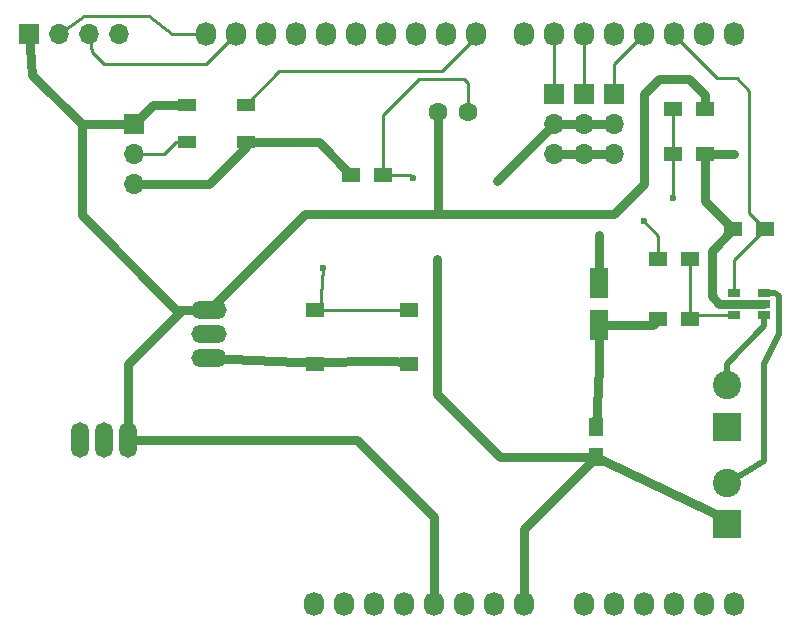
<source format=gtl>
G04 #@! TF.FileFunction,Copper,L1,Top,Signal*
%FSLAX46Y46*%
G04 Gerber Fmt 4.6, Leading zero omitted, Abs format (unit mm)*
G04 Created by KiCad (PCBNEW 4.0.6-e0-6349~53~ubuntu16.04.1) date Wed Aug  2 12:33:15 2017*
%MOMM*%
%LPD*%
G01*
G04 APERTURE LIST*
%ADD10C,0.100000*%
%ADD11O,1.727200X2.032000*%
%ADD12R,1.700000X1.700000*%
%ADD13O,1.700000X1.700000*%
%ADD14C,2.400000*%
%ADD15R,2.400000X2.400000*%
%ADD16O,1.500000X3.000000*%
%ADD17O,3.000000X1.500000*%
%ADD18R,1.000000X0.700000*%
%ADD19R,1.500000X1.300000*%
%ADD20R,1.600000X1.000000*%
%ADD21C,1.600000*%
%ADD22R,1.550000X1.300000*%
%ADD23R,1.250000X1.500000*%
%ADD24R,1.600000X2.600000*%
%ADD25C,0.600000*%
%ADD26C,0.750000*%
%ADD27C,0.250000*%
%ADD28C,0.500000*%
G04 APERTURE END LIST*
D10*
D11*
X138938000Y-123825000D03*
X141478000Y-123825000D03*
X144018000Y-123825000D03*
X146558000Y-123825000D03*
X149098000Y-123825000D03*
X151638000Y-123825000D03*
X154178000Y-123825000D03*
X156718000Y-123825000D03*
X161798000Y-123825000D03*
X164338000Y-123825000D03*
X166878000Y-123825000D03*
X169418000Y-123825000D03*
X171958000Y-123825000D03*
X174498000Y-123825000D03*
X129794000Y-75565000D03*
X132334000Y-75565000D03*
X134874000Y-75565000D03*
X137414000Y-75565000D03*
X139954000Y-75565000D03*
X142494000Y-75565000D03*
X145034000Y-75565000D03*
X147574000Y-75565000D03*
X150114000Y-75565000D03*
X152654000Y-75565000D03*
X156718000Y-75565000D03*
X159258000Y-75565000D03*
X161798000Y-75565000D03*
X164338000Y-75565000D03*
X166878000Y-75565000D03*
X169418000Y-75565000D03*
X171958000Y-75565000D03*
X174498000Y-75565000D03*
D12*
X164338000Y-80645000D03*
D13*
X164338000Y-83185000D03*
X164338000Y-85725000D03*
D12*
X161798000Y-80645000D03*
D13*
X161798000Y-83185000D03*
X161798000Y-85725000D03*
D14*
X173888400Y-113581300D03*
D15*
X173888400Y-117081300D03*
D12*
X159258000Y-80645000D03*
D13*
X159258000Y-83185000D03*
X159258000Y-85725000D03*
D14*
X173888400Y-105313600D03*
D15*
X173888400Y-108813600D03*
D12*
X123698000Y-83185000D03*
D13*
X123698000Y-85725000D03*
X123698000Y-88265000D03*
D12*
X114808000Y-75565000D03*
D13*
X117348000Y-75565000D03*
X119888000Y-75565000D03*
X122428000Y-75565000D03*
D16*
X121158000Y-109940000D03*
X119158000Y-109940000D03*
X123158000Y-109940000D03*
D17*
X130008000Y-100965000D03*
X130008000Y-98965000D03*
X130008000Y-102965000D03*
D18*
X174468000Y-97475000D03*
X174468000Y-98425000D03*
X174468000Y-99375000D03*
X177068000Y-99375000D03*
X177068000Y-97475000D03*
X177068000Y-98425000D03*
D19*
X142096500Y-87477600D03*
X144796500Y-87477600D03*
X172038000Y-85725000D03*
X169338000Y-85725000D03*
X170768000Y-94615000D03*
X168068000Y-94615000D03*
X168068000Y-99695000D03*
X170768000Y-99695000D03*
X174418000Y-92075000D03*
X177118000Y-92075000D03*
X169338000Y-81915000D03*
X172038000Y-81915000D03*
D20*
X133144900Y-84746900D03*
X133144900Y-81546900D03*
X128144900Y-84746900D03*
X128144900Y-81546900D03*
D21*
X151993600Y-82194400D03*
X149453600Y-82194400D03*
D22*
X139022000Y-103469000D03*
X139022000Y-98969000D03*
X146982000Y-98969000D03*
X146982000Y-103469000D03*
D23*
X162814000Y-111359000D03*
X162814000Y-108859000D03*
D24*
X163068000Y-96625000D03*
X163068000Y-100225000D03*
D25*
X174498000Y-85725000D03*
X163068000Y-103505000D03*
X149352000Y-94615000D03*
X147320000Y-87757000D03*
X169338000Y-89455000D03*
X166878000Y-91440000D03*
X139700000Y-95377000D03*
X163068000Y-92583000D03*
X154432000Y-88011000D03*
D26*
X130008000Y-98965000D02*
X127286000Y-98965000D01*
X119253000Y-90932000D02*
X119253000Y-83185000D01*
X127286000Y-98965000D02*
X119253000Y-90932000D01*
X123158000Y-109940000D02*
X142579000Y-109940000D01*
X149098000Y-116459000D02*
X149098000Y-123825000D01*
X142579000Y-109940000D02*
X149098000Y-116459000D01*
X130008000Y-98965000D02*
X127730000Y-98965000D01*
X123158000Y-103537000D02*
X123158000Y-109940000D01*
X127730000Y-98965000D02*
X123158000Y-103537000D01*
X128144900Y-81546900D02*
X125336100Y-81546900D01*
X125336100Y-81546900D02*
X123698000Y-83185000D01*
X123698000Y-83185000D02*
X119253000Y-83185000D01*
X119253000Y-83185000D02*
X115087400Y-79019400D01*
X115087400Y-79019400D02*
X114808000Y-75565000D01*
X149453600Y-82194400D02*
X149453600Y-90805000D01*
X149453600Y-90805000D02*
X149098000Y-90805000D01*
X172038000Y-81915000D02*
X172038000Y-80725000D01*
X138168000Y-90805000D02*
X130008000Y-98965000D01*
X164338000Y-90805000D02*
X149098000Y-90805000D01*
X149098000Y-90805000D02*
X138168000Y-90805000D01*
X166878000Y-88265000D02*
X164338000Y-90805000D01*
X166878000Y-80645000D02*
X166878000Y-88265000D01*
X168148000Y-79375000D02*
X166878000Y-80645000D01*
X170688000Y-79375000D02*
X168148000Y-79375000D01*
X172038000Y-80725000D02*
X170688000Y-79375000D01*
X145880000Y-103215000D02*
X137516000Y-103361000D01*
X137516000Y-103361000D02*
X130008000Y-102965000D01*
X146982000Y-103469000D02*
X145880000Y-103215000D01*
X133144900Y-84746900D02*
X133144900Y-85168100D01*
X133144900Y-85168100D02*
X130048000Y-88265000D01*
X130048000Y-88265000D02*
X123698000Y-88265000D01*
X133144900Y-84746900D02*
X139365800Y-84746900D01*
X139365800Y-84746900D02*
X142096500Y-87477600D01*
X172038000Y-85725000D02*
X174498000Y-85725000D01*
X174468000Y-98425000D02*
X173228000Y-98425000D01*
X172593000Y-93900000D02*
X174418000Y-92075000D01*
X172593000Y-97790000D02*
X172593000Y-93900000D01*
X173228000Y-98425000D02*
X172593000Y-97790000D01*
X174468000Y-98425000D02*
X177068000Y-98425000D01*
X162814000Y-108859000D02*
X163068000Y-103759000D01*
X163068000Y-103759000D02*
X163068000Y-103505000D01*
X163068000Y-100225000D02*
X163068000Y-103505000D01*
X168068000Y-99695000D02*
X168068000Y-99775000D01*
X168068000Y-99775000D02*
X167618000Y-100225000D01*
X167618000Y-100225000D02*
X163068000Y-100225000D01*
X172038000Y-85725000D02*
X172038000Y-89695000D01*
X172038000Y-89695000D02*
X174418000Y-92075000D01*
X161798000Y-85725000D02*
X164338000Y-85725000D01*
X159258000Y-85725000D02*
X161798000Y-85725000D01*
X162814000Y-111359000D02*
X154666000Y-111359000D01*
X149352000Y-106045000D02*
X149352000Y-94615000D01*
X154666000Y-111359000D02*
X149352000Y-106045000D01*
X162814000Y-111359000D02*
X162814000Y-111379000D01*
X162814000Y-111379000D02*
X156718000Y-117475000D01*
X156718000Y-117475000D02*
X156718000Y-123825000D01*
X162814000Y-111359000D02*
X173119100Y-116312000D01*
X173119100Y-116312000D02*
X173888400Y-117081300D01*
D27*
X147320000Y-87757000D02*
X147040600Y-87477600D01*
X147040600Y-87477600D02*
X144796500Y-87477600D01*
X151993600Y-82194400D02*
X151993600Y-79730600D01*
X144796500Y-82406500D02*
X144796500Y-87477600D01*
X147828000Y-79375000D02*
X144796500Y-82406500D01*
X151638000Y-79375000D02*
X147828000Y-79375000D01*
X151993600Y-79730600D02*
X151638000Y-79375000D01*
X169338000Y-85725000D02*
X169338000Y-89455000D01*
X169338000Y-81915000D02*
X169338000Y-85725000D01*
X119888000Y-75565000D02*
X120167400Y-77114400D01*
X129794000Y-78105000D02*
X132334000Y-75565000D01*
X121158000Y-78105000D02*
X129794000Y-78105000D01*
X120167400Y-77114400D02*
X121158000Y-78105000D01*
X129794000Y-75565000D02*
X126873000Y-75565000D01*
X119494300Y-74041000D02*
X117348000Y-75565000D01*
X124968000Y-74041000D02*
X119494300Y-74041000D01*
X126873000Y-75565000D02*
X124968000Y-74041000D01*
X168068000Y-94615000D02*
X168068000Y-92630000D01*
X168068000Y-92630000D02*
X166878000Y-91440000D01*
X152654000Y-75565000D02*
X152654000Y-75819000D01*
X152654000Y-75819000D02*
X149733000Y-78740000D01*
X149733000Y-78740000D02*
X135951800Y-78740000D01*
X135951800Y-78740000D02*
X133144900Y-81546900D01*
X159258000Y-80645000D02*
X159258000Y-75565000D01*
X161798000Y-80645000D02*
X161798000Y-75565000D01*
X164338000Y-80645000D02*
X164338000Y-78105000D01*
X164338000Y-78105000D02*
X166878000Y-75565000D01*
X174468000Y-97475000D02*
X174468000Y-94725000D01*
X174468000Y-94725000D02*
X177118000Y-92075000D01*
X169418000Y-75565000D02*
X169418000Y-75653900D01*
X169418000Y-75653900D02*
X173062900Y-79298800D01*
X173062900Y-79298800D02*
X174739300Y-79298800D01*
X174739300Y-79298800D02*
X175793400Y-80352900D01*
X175793400Y-80352900D02*
X175793400Y-90750400D01*
X175793400Y-90750400D02*
X177118000Y-92075000D01*
X146982000Y-98969000D02*
X139022000Y-98969000D01*
X139700000Y-95377000D02*
X139474000Y-98969000D01*
X139474000Y-98969000D02*
X139022000Y-98969000D01*
D26*
X163068000Y-96625000D02*
X163068000Y-92583000D01*
X164338000Y-83185000D02*
X159258000Y-83185000D01*
X159258000Y-83185000D02*
X154432000Y-88011000D01*
D28*
X173888400Y-113581300D02*
X173946700Y-113581300D01*
X173946700Y-113581300D02*
X177038000Y-111760000D01*
X177038000Y-111760000D02*
X177038000Y-103505000D01*
X177038000Y-103505000D02*
X178308000Y-100965000D01*
X178308000Y-100965000D02*
X178308000Y-97790000D01*
X178308000Y-97790000D02*
X177993000Y-97475000D01*
X177993000Y-97475000D02*
X177068000Y-97475000D01*
X177068000Y-99375000D02*
X177068000Y-100300000D01*
X173888400Y-103479600D02*
X173888400Y-105313600D01*
X177068000Y-100300000D02*
X173888400Y-103479600D01*
D27*
X128144900Y-84746900D02*
X127216100Y-84746900D01*
X126238000Y-85725000D02*
X123698000Y-85725000D01*
X127216100Y-84746900D02*
X126238000Y-85725000D01*
X170768000Y-94615000D02*
X170768000Y-99695000D01*
X174468000Y-99375000D02*
X171088000Y-99375000D01*
X171088000Y-99375000D02*
X170768000Y-99695000D01*
M02*

</source>
